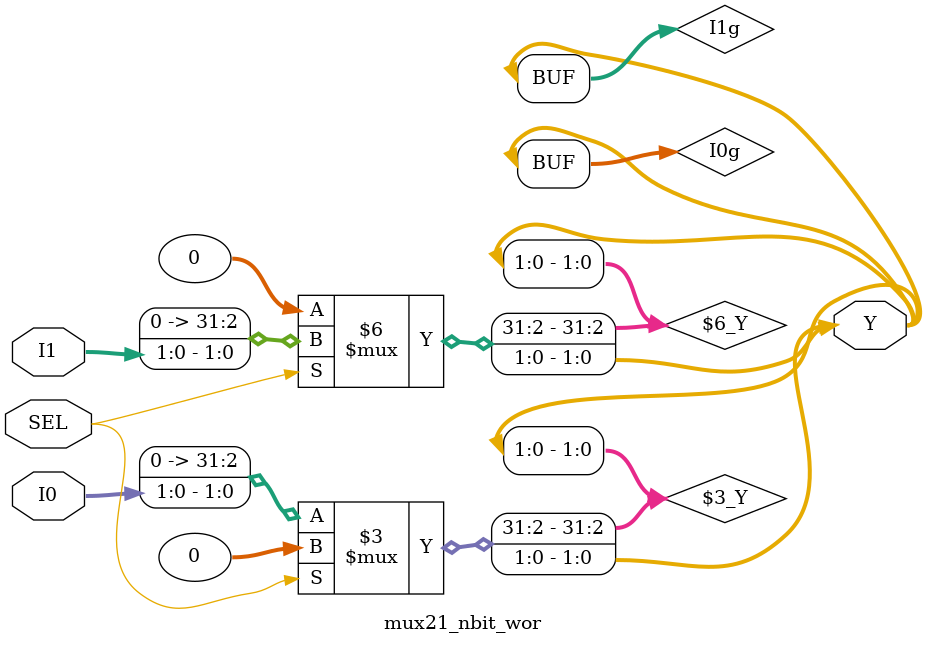
<source format=v>
module mux21_nbit_wor(I0, I1, SEL, Y);
  parameter N = 2;
  input  [N-1:0] I0, I1;
  input  SEL;
  output [N-1:0] Y;
  wor [N-1:0] Y;
  wire [N-1:0] I0g, I1g;

  assign I0g = (SEL==0) ? I0 : 0;
  assign I1g = (SEL==1) ? I1 : 0;
  assign Y = I0g;
  assign Y = I1g;
endmodule

</source>
